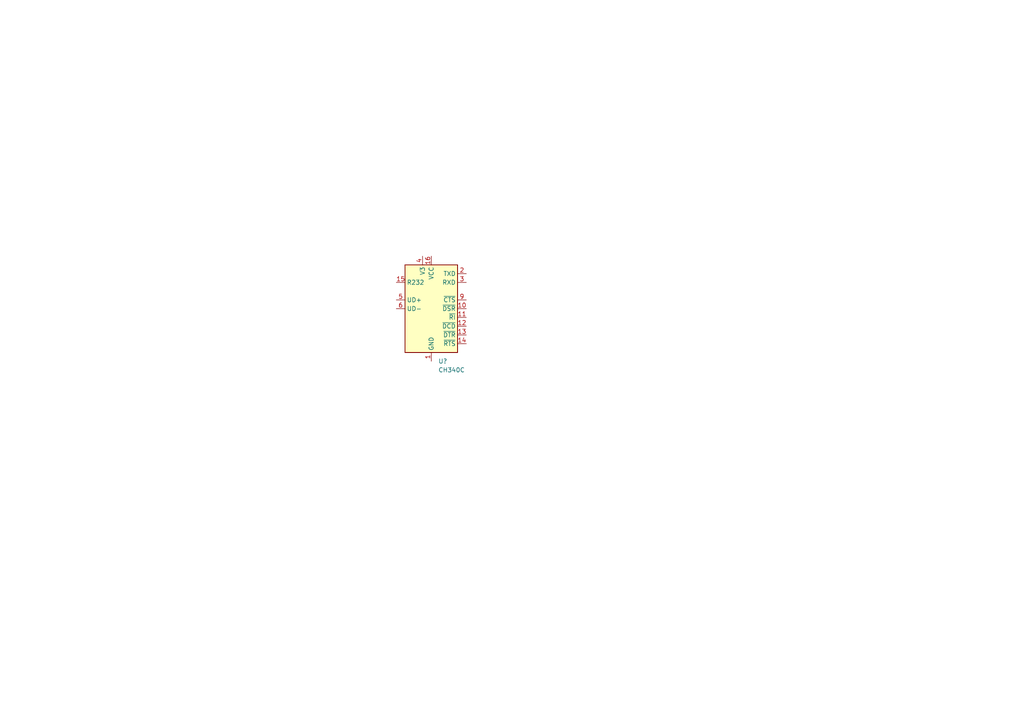
<source format=kicad_sch>
(kicad_sch (version 20211123) (generator eeschema)

  (uuid af5a5952-4b54-459d-bd15-9b14ec461fea)

  (paper "A4")

  (lib_symbols
    (symbol "Interface_USB:CH340C" (in_bom yes) (on_board yes)
      (property "Reference" "U" (id 0) (at -5.08 13.97 0)
        (effects (font (size 1.27 1.27)) (justify right))
      )
      (property "Value" "CH340C" (id 1) (at 1.27 13.97 0)
        (effects (font (size 1.27 1.27)) (justify left))
      )
      (property "Footprint" "Package_SO:SOIC-16_3.9x9.9mm_P1.27mm" (id 2) (at 1.27 -13.97 0)
        (effects (font (size 1.27 1.27)) (justify left) hide)
      )
      (property "Datasheet" "https://datasheet.lcsc.com/szlcsc/Jiangsu-Qin-Heng-CH340C_C84681.pdf" (id 3) (at -8.89 20.32 0)
        (effects (font (size 1.27 1.27)) hide)
      )
      (property "ki_keywords" "USB UART Serial Converter Interface" (id 4) (at 0 0 0)
        (effects (font (size 1.27 1.27)) hide)
      )
      (property "ki_description" "USB serial converter, UART, SOIC-16" (id 5) (at 0 0 0)
        (effects (font (size 1.27 1.27)) hide)
      )
      (property "ki_fp_filters" "SOIC*3.9x9.9mm*P1.27mm*" (id 6) (at 0 0 0)
        (effects (font (size 1.27 1.27)) hide)
      )
      (symbol "CH340C_0_1"
        (rectangle (start -7.62 12.7) (end 7.62 -12.7)
          (stroke (width 0.254) (type default) (color 0 0 0 0))
          (fill (type background))
        )
      )
      (symbol "CH340C_1_1"
        (pin power_in line (at 0 -15.24 90) (length 2.54)
          (name "GND" (effects (font (size 1.27 1.27))))
          (number "1" (effects (font (size 1.27 1.27))))
        )
        (pin input line (at 10.16 0 180) (length 2.54)
          (name "~{DSR}" (effects (font (size 1.27 1.27))))
          (number "10" (effects (font (size 1.27 1.27))))
        )
        (pin input line (at 10.16 -2.54 180) (length 2.54)
          (name "~{RI}" (effects (font (size 1.27 1.27))))
          (number "11" (effects (font (size 1.27 1.27))))
        )
        (pin input line (at 10.16 -5.08 180) (length 2.54)
          (name "~{DCD}" (effects (font (size 1.27 1.27))))
          (number "12" (effects (font (size 1.27 1.27))))
        )
        (pin output line (at 10.16 -7.62 180) (length 2.54)
          (name "~{DTR}" (effects (font (size 1.27 1.27))))
          (number "13" (effects (font (size 1.27 1.27))))
        )
        (pin output line (at 10.16 -10.16 180) (length 2.54)
          (name "~{RTS}" (effects (font (size 1.27 1.27))))
          (number "14" (effects (font (size 1.27 1.27))))
        )
        (pin input line (at -10.16 7.62 0) (length 2.54)
          (name "R232" (effects (font (size 1.27 1.27))))
          (number "15" (effects (font (size 1.27 1.27))))
        )
        (pin power_in line (at 0 15.24 270) (length 2.54)
          (name "VCC" (effects (font (size 1.27 1.27))))
          (number "16" (effects (font (size 1.27 1.27))))
        )
        (pin output line (at 10.16 10.16 180) (length 2.54)
          (name "TXD" (effects (font (size 1.27 1.27))))
          (number "2" (effects (font (size 1.27 1.27))))
        )
        (pin input line (at 10.16 7.62 180) (length 2.54)
          (name "RXD" (effects (font (size 1.27 1.27))))
          (number "3" (effects (font (size 1.27 1.27))))
        )
        (pin passive line (at -2.54 15.24 270) (length 2.54)
          (name "V3" (effects (font (size 1.27 1.27))))
          (number "4" (effects (font (size 1.27 1.27))))
        )
        (pin bidirectional line (at -10.16 2.54 0) (length 2.54)
          (name "UD+" (effects (font (size 1.27 1.27))))
          (number "5" (effects (font (size 1.27 1.27))))
        )
        (pin bidirectional line (at -10.16 0 0) (length 2.54)
          (name "UD-" (effects (font (size 1.27 1.27))))
          (number "6" (effects (font (size 1.27 1.27))))
        )
        (pin no_connect line (at -7.62 -7.62 0) (length 2.54) hide
          (name "NC" (effects (font (size 1.27 1.27))))
          (number "7" (effects (font (size 1.27 1.27))))
        )
        (pin no_connect line (at -7.62 -10.16 0) (length 2.54) hide
          (name "NC" (effects (font (size 1.27 1.27))))
          (number "8" (effects (font (size 1.27 1.27))))
        )
        (pin input line (at 10.16 2.54 180) (length 2.54)
          (name "~{CTS}" (effects (font (size 1.27 1.27))))
          (number "9" (effects (font (size 1.27 1.27))))
        )
      )
    )
  )


  (symbol (lib_id "Interface_USB:CH340C") (at 125.095 89.535 0) (unit 1)
    (in_bom yes) (on_board yes) (fields_autoplaced)
    (uuid 4c7c473f-df9e-4363-b9f5-7bb19b894c2c)
    (property "Reference" "U?" (id 0) (at 127.1144 104.775 0)
      (effects (font (size 1.27 1.27)) (justify left))
    )
    (property "Value" "CH340C" (id 1) (at 127.1144 107.315 0)
      (effects (font (size 1.27 1.27)) (justify left))
    )
    (property "Footprint" "Package_SO:SOIC-16_3.9x9.9mm_P1.27mm" (id 2) (at 126.365 103.505 0)
      (effects (font (size 1.27 1.27)) (justify left) hide)
    )
    (property "Datasheet" "https://datasheet.lcsc.com/szlcsc/Jiangsu-Qin-Heng-CH340C_C84681.pdf" (id 3) (at 116.205 69.215 0)
      (effects (font (size 1.27 1.27)) hide)
    )
    (pin "1" (uuid edd8429e-9e74-4bec-b7d3-dc1167560926))
    (pin "10" (uuid ff5c8b17-9d8e-4b6c-a301-dbdc2412a675))
    (pin "11" (uuid e664da2b-59b8-466c-8e03-8b8fbfa63502))
    (pin "12" (uuid 71cad891-801f-4f32-a9ee-9ec83f321062))
    (pin "13" (uuid 76968e65-2174-4188-8bfe-799c958273cc))
    (pin "14" (uuid b4456b5f-a3ec-4b41-9ad3-705504f80605))
    (pin "15" (uuid f92ad542-49c7-4670-b277-b45cbb825bea))
    (pin "16" (uuid 5a47b514-9ec6-47be-b7df-f1b77ebd1f1e))
    (pin "2" (uuid bd64d6a5-a4a8-483f-aec0-dea3b449c6d6))
    (pin "3" (uuid 9cbfd031-b4bb-4867-a35a-390d6f200b2a))
    (pin "4" (uuid e86cf07a-9939-4618-b677-dde2ca4ae8db))
    (pin "5" (uuid b03f2931-bdae-4db2-96f3-d21acc1c39f3))
    (pin "6" (uuid 3a53b37f-d30a-49c9-8426-6b189851f8bc))
    (pin "7" (uuid 2405e2cf-0609-4c1c-b8c5-cf068ee7f3d2))
    (pin "8" (uuid 23083f70-2634-4e10-8cd3-43c677e82a7e))
    (pin "9" (uuid c7480406-5937-47bc-9386-85e7b335ca39))
  )
)

</source>
